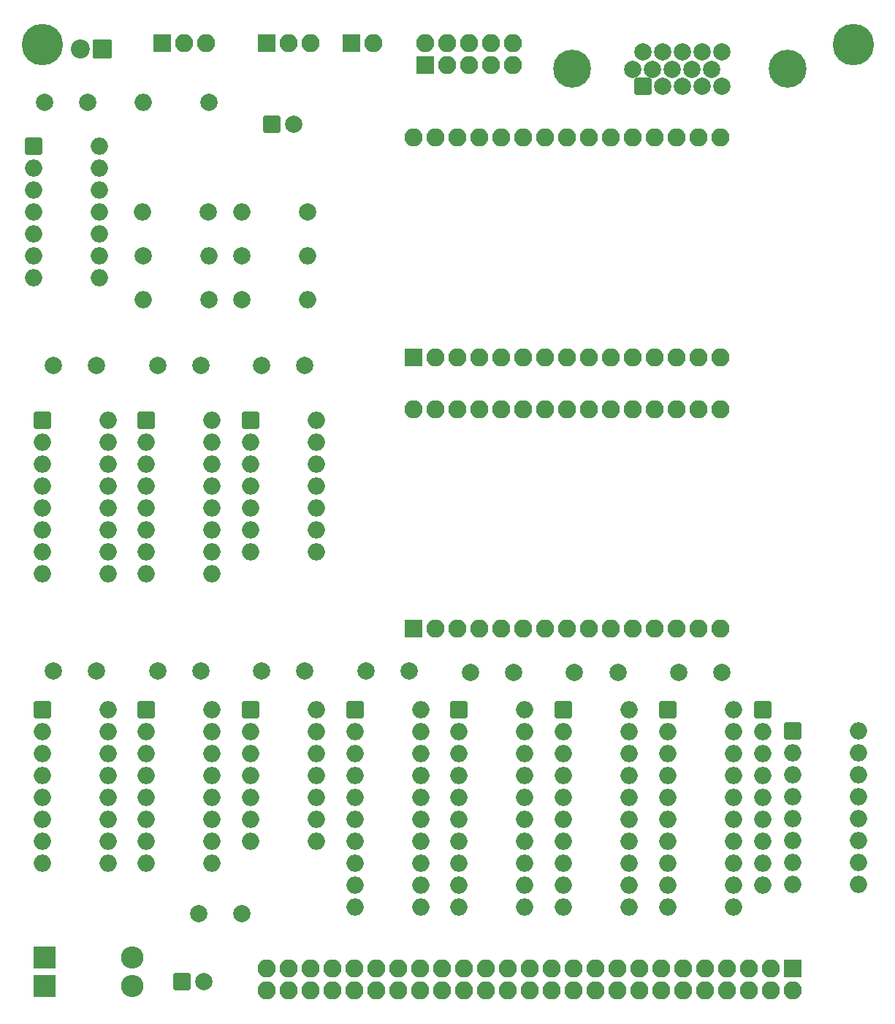
<source format=gbr>
%TF.GenerationSoftware,KiCad,Pcbnew,(6.0.11)*%
%TF.CreationDate,2023-06-18T19:58:40-05:00*%
%TF.ProjectId,Z80ESP,5a383045-5350-42e6-9b69-6361645f7063,V0.4*%
%TF.SameCoordinates,Original*%
%TF.FileFunction,Soldermask,Bot*%
%TF.FilePolarity,Negative*%
%FSLAX46Y46*%
G04 Gerber Fmt 4.6, Leading zero omitted, Abs format (unit mm)*
G04 Created by KiCad (PCBNEW (6.0.11)) date 2023-06-18 19:58:40*
%MOMM*%
%LPD*%
G01*
G04 APERTURE LIST*
G04 Aperture macros list*
%AMRoundRect*
0 Rectangle with rounded corners*
0 $1 Rounding radius*
0 $2 $3 $4 $5 $6 $7 $8 $9 X,Y pos of 4 corners*
0 Add a 4 corners polygon primitive as box body*
4,1,4,$2,$3,$4,$5,$6,$7,$8,$9,$2,$3,0*
0 Add four circle primitives for the rounded corners*
1,1,$1+$1,$2,$3*
1,1,$1+$1,$4,$5*
1,1,$1+$1,$6,$7*
1,1,$1+$1,$8,$9*
0 Add four rect primitives between the rounded corners*
20,1,$1+$1,$2,$3,$4,$5,0*
20,1,$1+$1,$4,$5,$6,$7,0*
20,1,$1+$1,$6,$7,$8,$9,0*
20,1,$1+$1,$8,$9,$2,$3,0*%
G04 Aperture macros list end*
%ADD10RoundRect,0.200000X-0.800000X-0.800000X0.800000X-0.800000X0.800000X0.800000X-0.800000X0.800000X0*%
%ADD11O,2.000000X2.000000*%
%ADD12C,2.000000*%
%ADD13RoundRect,0.200000X-0.800000X0.800000X-0.800000X-0.800000X0.800000X-0.800000X0.800000X0.800000X0*%
%ADD14C,4.800000*%
%ADD15RoundRect,0.200000X-0.850000X0.850000X-0.850000X-0.850000X0.850000X-0.850000X0.850000X0.850000X0*%
%ADD16O,2.100000X2.100000*%
%ADD17RoundRect,0.200000X0.900000X0.900000X-0.900000X0.900000X-0.900000X-0.900000X0.900000X-0.900000X0*%
%ADD18C,2.200000*%
%ADD19RoundRect,0.200000X0.850000X-0.850000X0.850000X0.850000X-0.850000X0.850000X-0.850000X-0.850000X0*%
%ADD20C,4.400000*%
%ADD21RoundRect,0.200000X0.800000X0.800000X-0.800000X0.800000X-0.800000X-0.800000X0.800000X-0.800000X0*%
%ADD22RoundRect,0.200000X-1.100000X-1.100000X1.100000X-1.100000X1.100000X1.100000X-1.100000X1.100000X0*%
%ADD23O,2.600000X2.600000*%
G04 APERTURE END LIST*
D10*
%TO.C,SW1*%
X135000000Y-113500000D03*
D11*
X135000000Y-116040000D03*
X135000000Y-118580000D03*
X135000000Y-121120000D03*
X135000000Y-123660000D03*
X135000000Y-126200000D03*
X135000000Y-128740000D03*
X135000000Y-131280000D03*
X142620000Y-131280000D03*
X142620000Y-128740000D03*
X142620000Y-126200000D03*
X142620000Y-123660000D03*
X142620000Y-121120000D03*
X142620000Y-118580000D03*
X142620000Y-116040000D03*
X142620000Y-113500000D03*
%TD*%
D12*
%TO.C,C1*%
X90550000Y-106500000D03*
X85550000Y-106500000D03*
%TD*%
%TO.C,C2*%
X102633300Y-106680000D03*
X97633300Y-106680000D03*
%TD*%
%TO.C,C4*%
X126800000Y-106680000D03*
X121800000Y-106680000D03*
%TD*%
D10*
%TO.C,U2*%
X108416700Y-111000000D03*
D11*
X108416700Y-113540000D03*
X108416700Y-116080000D03*
X108416700Y-118620000D03*
X108416700Y-121160000D03*
X108416700Y-123700000D03*
X108416700Y-126240000D03*
X108416700Y-128780000D03*
X108416700Y-131320000D03*
X108416700Y-133860000D03*
X116036700Y-133860000D03*
X116036700Y-131320000D03*
X116036700Y-128780000D03*
X116036700Y-126240000D03*
X116036700Y-123700000D03*
X116036700Y-121160000D03*
X116036700Y-118620000D03*
X116036700Y-116080000D03*
X116036700Y-113540000D03*
X116036700Y-111000000D03*
%TD*%
D10*
%TO.C,U10*%
X120500000Y-111000000D03*
D11*
X120500000Y-113540000D03*
X120500000Y-116080000D03*
X120500000Y-118620000D03*
X120500000Y-121160000D03*
X120500000Y-123700000D03*
X120500000Y-126240000D03*
X120500000Y-128780000D03*
X120500000Y-131320000D03*
X120500000Y-133860000D03*
X128120000Y-133860000D03*
X128120000Y-131320000D03*
X128120000Y-128780000D03*
X128120000Y-126240000D03*
X128120000Y-123700000D03*
X128120000Y-121160000D03*
X128120000Y-118620000D03*
X128120000Y-116080000D03*
X128120000Y-113540000D03*
X128120000Y-111000000D03*
%TD*%
D13*
%TO.C,RR1*%
X131500000Y-111000000D03*
D11*
X131500000Y-113540000D03*
X131500000Y-116080000D03*
X131500000Y-118620000D03*
X131500000Y-121160000D03*
X131500000Y-123700000D03*
X131500000Y-126240000D03*
X131500000Y-128780000D03*
X131500000Y-131320000D03*
%TD*%
D10*
%TO.C,U6*%
X72166700Y-111000000D03*
D11*
X72166700Y-113540000D03*
X72166700Y-116080000D03*
X72166700Y-118620000D03*
X72166700Y-121160000D03*
X72166700Y-123700000D03*
X72166700Y-126240000D03*
X79786700Y-126240000D03*
X79786700Y-123700000D03*
X79786700Y-121160000D03*
X79786700Y-118620000D03*
X79786700Y-116080000D03*
X79786700Y-113540000D03*
X79786700Y-111000000D03*
%TD*%
D12*
%TO.C,C7*%
X78466700Y-106500000D03*
X73466700Y-106500000D03*
%TD*%
D10*
%TO.C,U3*%
X96333300Y-111000000D03*
D11*
X96333300Y-113540000D03*
X96333300Y-116080000D03*
X96333300Y-118620000D03*
X96333300Y-121160000D03*
X96333300Y-123700000D03*
X96333300Y-126240000D03*
X96333300Y-128780000D03*
X96333300Y-131320000D03*
X96333300Y-133860000D03*
X103953300Y-133860000D03*
X103953300Y-131320000D03*
X103953300Y-128780000D03*
X103953300Y-126240000D03*
X103953300Y-123700000D03*
X103953300Y-121160000D03*
X103953300Y-118620000D03*
X103953300Y-116080000D03*
X103953300Y-113540000D03*
X103953300Y-111000000D03*
%TD*%
D12*
%TO.C,C3*%
X114716700Y-106680000D03*
X109716700Y-106680000D03*
%TD*%
%TO.C,C5*%
X54300000Y-71120000D03*
X49300000Y-71120000D03*
%TD*%
D10*
%TO.C,U4*%
X84250000Y-111000000D03*
D11*
X84250000Y-113540000D03*
X84250000Y-116080000D03*
X84250000Y-118620000D03*
X84250000Y-121160000D03*
X84250000Y-123700000D03*
X84250000Y-126240000D03*
X84250000Y-128780000D03*
X84250000Y-131320000D03*
X84250000Y-133860000D03*
X91870000Y-133860000D03*
X91870000Y-131320000D03*
X91870000Y-128780000D03*
X91870000Y-126240000D03*
X91870000Y-123700000D03*
X91870000Y-121160000D03*
X91870000Y-118620000D03*
X91870000Y-116080000D03*
X91870000Y-113540000D03*
X91870000Y-111000000D03*
%TD*%
D12*
%TO.C,C6*%
X54300000Y-106500000D03*
X49300000Y-106500000D03*
%TD*%
D10*
%TO.C,C11*%
X74640000Y-43180000D03*
D12*
X77140000Y-43180000D03*
%TD*%
%TO.C,C8*%
X71120000Y-134620000D03*
X66120000Y-134620000D03*
%TD*%
D10*
%TO.C,C12*%
X64250000Y-142500000D03*
D12*
X66750000Y-142500000D03*
%TD*%
%TO.C,R2*%
X67310000Y-40640000D03*
D11*
X59690000Y-40640000D03*
%TD*%
D14*
%TO.C,H1*%
X48000000Y-34000000D03*
%TD*%
%TO.C,H2*%
X142000000Y-34000000D03*
%TD*%
D15*
%TO.C,P2*%
X135000000Y-141000000D03*
D16*
X135000000Y-143540000D03*
X132460000Y-141000000D03*
X132460000Y-143540000D03*
X129920000Y-141000000D03*
X129920000Y-143540000D03*
X127380000Y-141000000D03*
X127380000Y-143540000D03*
X124840000Y-141000000D03*
X124840000Y-143540000D03*
X122300000Y-141000000D03*
X122300000Y-143540000D03*
X119760000Y-141000000D03*
X119760000Y-143540000D03*
X117220000Y-141000000D03*
X117220000Y-143540000D03*
X114680000Y-141000000D03*
X114680000Y-143540000D03*
X112140000Y-141000000D03*
X112140000Y-143540000D03*
X109600000Y-141000000D03*
X109600000Y-143540000D03*
X107060000Y-141000000D03*
X107060000Y-143540000D03*
X104520000Y-141000000D03*
X104520000Y-143540000D03*
X101980000Y-141000000D03*
X101980000Y-143540000D03*
X99440000Y-141000000D03*
X99440000Y-143540000D03*
X96900000Y-141000000D03*
X96900000Y-143540000D03*
X94360000Y-141000000D03*
X94360000Y-143540000D03*
X91820000Y-141000000D03*
X91820000Y-143540000D03*
X89280000Y-141000000D03*
X89280000Y-143540000D03*
X86740000Y-141000000D03*
X86740000Y-143540000D03*
X84200000Y-141000000D03*
X84200000Y-143540000D03*
X81660000Y-141000000D03*
X81660000Y-143540000D03*
X79120000Y-141000000D03*
X79120000Y-143540000D03*
X76580000Y-141000000D03*
X76580000Y-143540000D03*
X74040000Y-141000000D03*
X74040000Y-143540000D03*
%TD*%
D17*
%TO.C,D2*%
X55000000Y-34510000D03*
D18*
X52460000Y-34510000D03*
%TD*%
D12*
%TO.C,R10*%
X67251200Y-53340000D03*
D11*
X59631200Y-53340000D03*
%TD*%
D10*
%TO.C,U8*%
X48000000Y-111000000D03*
D11*
X48000000Y-113540000D03*
X48000000Y-116080000D03*
X48000000Y-118620000D03*
X48000000Y-121160000D03*
X48000000Y-123700000D03*
X48000000Y-126240000D03*
X48000000Y-128780000D03*
X55620000Y-128780000D03*
X55620000Y-126240000D03*
X55620000Y-123700000D03*
X55620000Y-121160000D03*
X55620000Y-118620000D03*
X55620000Y-116080000D03*
X55620000Y-113540000D03*
X55620000Y-111000000D03*
%TD*%
D19*
%TO.C,U12*%
X91032500Y-70170000D03*
D16*
X93572500Y-70170000D03*
X96112500Y-70170000D03*
X98652500Y-70170000D03*
X101192500Y-70170000D03*
X103732500Y-70170000D03*
X106272500Y-70170000D03*
X108812500Y-70170000D03*
X111352500Y-70170000D03*
X113892500Y-70170000D03*
X116432500Y-70170000D03*
X118972500Y-70170000D03*
X121512500Y-70170000D03*
X124052500Y-70170000D03*
X126592500Y-70170000D03*
X126592500Y-44730000D03*
X124052500Y-44730000D03*
X121512500Y-44730000D03*
X118972500Y-44730000D03*
X116432500Y-44730000D03*
X113892500Y-44730000D03*
X111352500Y-44730000D03*
X108812500Y-44730000D03*
X106272500Y-44730000D03*
X103732500Y-44730000D03*
X101192500Y-44730000D03*
X98652500Y-44730000D03*
X96112500Y-44730000D03*
X93572500Y-44730000D03*
X91032500Y-44730000D03*
%TD*%
D19*
%TO.C,U13*%
X91032500Y-101650000D03*
D16*
X93572500Y-101650000D03*
X96112500Y-101650000D03*
X98652500Y-101650000D03*
X101192500Y-101650000D03*
X103732500Y-101650000D03*
X106272500Y-101650000D03*
X108812500Y-101650000D03*
X111352500Y-101650000D03*
X113892500Y-101650000D03*
X116432500Y-101650000D03*
X118972500Y-101650000D03*
X121512500Y-101650000D03*
X124052500Y-101650000D03*
X126592500Y-101650000D03*
X126592500Y-76210000D03*
X124052500Y-76210000D03*
X121512500Y-76210000D03*
X118972500Y-76210000D03*
X116432500Y-76210000D03*
X113892500Y-76210000D03*
X111352500Y-76210000D03*
X108812500Y-76210000D03*
X106272500Y-76210000D03*
X103732500Y-76210000D03*
X101192500Y-76210000D03*
X98652500Y-76210000D03*
X96112500Y-76210000D03*
X93572500Y-76210000D03*
X91032500Y-76210000D03*
%TD*%
D10*
%TO.C,U7*%
X60083300Y-111000000D03*
D11*
X60083300Y-113540000D03*
X60083300Y-116080000D03*
X60083300Y-118620000D03*
X60083300Y-121160000D03*
X60083300Y-123700000D03*
X60083300Y-126240000D03*
X60083300Y-128780000D03*
X67703300Y-128780000D03*
X67703300Y-126240000D03*
X67703300Y-123700000D03*
X67703300Y-121160000D03*
X67703300Y-118620000D03*
X67703300Y-116080000D03*
X67703300Y-113540000D03*
X67703300Y-111000000D03*
%TD*%
D12*
%TO.C,C10*%
X73466700Y-71120000D03*
X78466700Y-71120000D03*
%TD*%
%TO.C,R7*%
X71120000Y-63500000D03*
D11*
X78740000Y-63500000D03*
%TD*%
D12*
%TO.C,C9*%
X66383300Y-106500000D03*
X61383300Y-106500000D03*
%TD*%
D10*
%TO.C,U5*%
X47000000Y-45715000D03*
D11*
X47000000Y-48255000D03*
X47000000Y-50795000D03*
X47000000Y-53335000D03*
X47000000Y-55875000D03*
X47000000Y-58415000D03*
X47000000Y-60955000D03*
X54620000Y-60955000D03*
X54620000Y-58415000D03*
X54620000Y-55875000D03*
X54620000Y-53335000D03*
X54620000Y-50795000D03*
X54620000Y-48255000D03*
X54620000Y-45715000D03*
%TD*%
D12*
%TO.C,R11*%
X78740000Y-53340000D03*
D11*
X71120000Y-53340000D03*
%TD*%
D12*
%TO.C,R12*%
X67310000Y-63500000D03*
D11*
X59690000Y-63500000D03*
%TD*%
D12*
%TO.C,R8*%
X59690000Y-58420000D03*
D11*
X67310000Y-58420000D03*
%TD*%
D12*
%TO.C,R9*%
X71120000Y-58420000D03*
D11*
X78740000Y-58420000D03*
%TD*%
D19*
%TO.C,J7*%
X92445000Y-36347100D03*
D16*
X92445000Y-33807100D03*
X94985000Y-36347100D03*
X94985000Y-33807100D03*
X97525000Y-36347100D03*
X97525000Y-33807100D03*
X100065000Y-36347100D03*
X100065000Y-33807100D03*
X102605000Y-36347100D03*
X102605000Y-33807100D03*
%TD*%
D12*
%TO.C,C13*%
X48260000Y-40640000D03*
X53260000Y-40640000D03*
%TD*%
D10*
%TO.C,U11*%
X60083300Y-77485000D03*
D11*
X60083300Y-80025000D03*
X60083300Y-82565000D03*
X60083300Y-85105000D03*
X60083300Y-87645000D03*
X60083300Y-90185000D03*
X60083300Y-92725000D03*
X60083300Y-95265000D03*
X67703300Y-95265000D03*
X67703300Y-92725000D03*
X67703300Y-90185000D03*
X67703300Y-87645000D03*
X67703300Y-85105000D03*
X67703300Y-82565000D03*
X67703300Y-80025000D03*
X67703300Y-77485000D03*
%TD*%
D19*
%TO.C,J3*%
X83815000Y-33797100D03*
D16*
X86355000Y-33797100D03*
%TD*%
D20*
%TO.C,J6*%
X134435000Y-36737400D03*
X109435000Y-36737400D03*
D21*
X117620000Y-38787400D03*
D12*
X119910000Y-38787400D03*
X122200000Y-38787400D03*
X124490000Y-38787400D03*
X126780000Y-38787400D03*
X116475000Y-36807400D03*
X118765000Y-36807400D03*
X121055000Y-36807400D03*
X123345000Y-36807400D03*
X125635000Y-36807400D03*
X117620000Y-34827400D03*
X119910000Y-34827400D03*
X122200000Y-34827400D03*
X124490000Y-34827400D03*
X126780000Y-34827400D03*
%TD*%
%TO.C,C14*%
X61383300Y-71120000D03*
X66383300Y-71120000D03*
%TD*%
D22*
%TO.C,D6*%
X48260000Y-143000000D03*
D23*
X58420000Y-143000000D03*
%TD*%
D10*
%TO.C,U1*%
X72166700Y-77485000D03*
D11*
X72166700Y-80025000D03*
X72166700Y-82565000D03*
X72166700Y-85105000D03*
X72166700Y-87645000D03*
X72166700Y-90185000D03*
X72166700Y-92725000D03*
X79786700Y-92725000D03*
X79786700Y-90185000D03*
X79786700Y-87645000D03*
X79786700Y-85105000D03*
X79786700Y-82565000D03*
X79786700Y-80025000D03*
X79786700Y-77485000D03*
%TD*%
D19*
%TO.C,J5*%
X61960000Y-33797100D03*
D16*
X64500000Y-33797100D03*
X67040000Y-33797100D03*
%TD*%
D19*
%TO.C,J4*%
X74055000Y-33797100D03*
D16*
X76595000Y-33797100D03*
X79135000Y-33797100D03*
%TD*%
D10*
%TO.C,U9*%
X48000000Y-77485000D03*
D11*
X48000000Y-80025000D03*
X48000000Y-82565000D03*
X48000000Y-85105000D03*
X48000000Y-87645000D03*
X48000000Y-90185000D03*
X48000000Y-92725000D03*
X48000000Y-95265000D03*
X55620000Y-95265000D03*
X55620000Y-92725000D03*
X55620000Y-90185000D03*
X55620000Y-87645000D03*
X55620000Y-85105000D03*
X55620000Y-82565000D03*
X55620000Y-80025000D03*
X55620000Y-77485000D03*
%TD*%
D22*
%TO.C,D3*%
X48260000Y-139700000D03*
D23*
X58420000Y-139700000D03*
%TD*%
M02*

</source>
